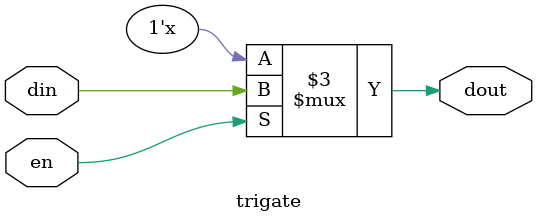
<source format=v>
module trigate ( dout, din,en );
input din, en;
output dout;
reg dout;
always @ ( en or din) 
	begin 
		if (en)
		dout<=din;
		else
		dout<=1'bZ; 
		end 
endmodule
</source>
